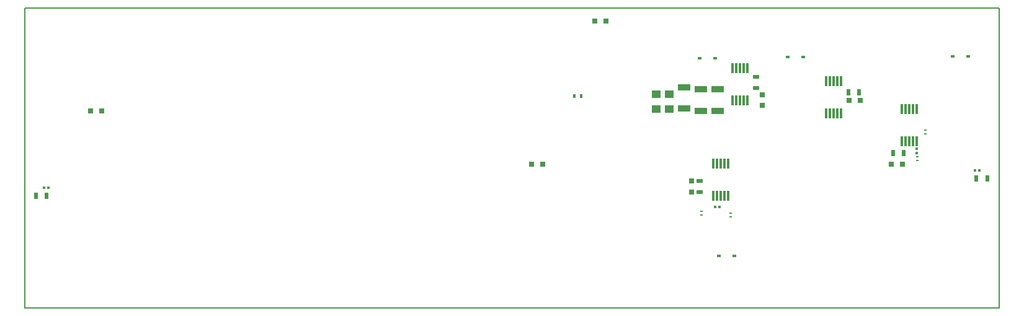
<source format=gbr>
G04 #@! TF.FileFunction,Paste,Bot*
%FSLAX46Y46*%
G04 Gerber Fmt 4.6, Leading zero omitted, Abs format (unit mm)*
G04 Created by KiCad (PCBNEW 4.0.7) date 06/15/18 18:23:30*
%MOMM*%
%LPD*%
G01*
G04 APERTURE LIST*
%ADD10C,0.100000*%
%ADD11C,0.150000*%
%ADD12R,0.800000X0.750000*%
%ADD13R,0.300000X0.350000*%
%ADD14R,1.250000X1.000000*%
%ADD15R,0.350000X0.300000*%
%ADD16R,0.300000X1.450000*%
%ADD17R,0.430000X0.280000*%
%ADD18R,0.500000X0.900000*%
%ADD19R,1.700000X0.900000*%
%ADD20R,0.400000X0.600000*%
%ADD21R,0.600000X0.450000*%
%ADD22R,0.750000X0.800000*%
%ADD23R,0.900000X0.500000*%
G04 APERTURE END LIST*
D10*
D11*
X25000000Y-164000000D02*
X25000000Y-123000000D01*
X158000000Y-164000000D02*
X25000000Y-164000000D01*
X158000000Y-123000000D02*
X158000000Y-164000000D01*
X25000000Y-123000000D02*
X158000000Y-123000000D01*
D12*
X35460000Y-137060000D03*
X33960000Y-137060000D03*
D13*
X119220000Y-150210000D03*
X119780000Y-150210000D03*
D14*
X111180000Y-134800000D03*
X111180000Y-136800000D03*
X112980000Y-134800000D03*
X112980000Y-136800000D03*
D15*
X146740000Y-142280000D03*
X146740000Y-142840000D03*
D13*
X154690000Y-145190000D03*
X155250000Y-145190000D03*
D12*
X104290000Y-124770000D03*
X102790000Y-124770000D03*
D16*
X118960000Y-144300000D03*
X119460000Y-144300000D03*
X119960000Y-144300000D03*
X120460000Y-144300000D03*
X120960000Y-144300000D03*
X120960000Y-148700000D03*
X120460000Y-148700000D03*
X119960000Y-148700000D03*
X119460000Y-148700000D03*
X118960000Y-148700000D03*
X121580000Y-131200000D03*
X122080000Y-131200000D03*
X122580000Y-131200000D03*
X123080000Y-131200000D03*
X123580000Y-131200000D03*
X123580000Y-135600000D03*
X123080000Y-135600000D03*
X122580000Y-135600000D03*
X122080000Y-135600000D03*
X121580000Y-135600000D03*
X134400000Y-132980000D03*
X134900000Y-132980000D03*
X135400000Y-132980000D03*
X135900000Y-132980000D03*
X136400000Y-132980000D03*
X136400000Y-137380000D03*
X135900000Y-137380000D03*
X135400000Y-137380000D03*
X134900000Y-137380000D03*
X134400000Y-137380000D03*
D17*
X117330000Y-150810000D03*
X117330000Y-151330000D03*
X121330000Y-151030000D03*
X121330000Y-151550000D03*
D18*
X154890000Y-146270000D03*
X156390000Y-146270000D03*
D19*
X119520000Y-137050000D03*
X119520000Y-134150000D03*
X117260000Y-137050000D03*
X117260000Y-134150000D03*
X115010000Y-133880000D03*
X115010000Y-136780000D03*
D17*
X146780000Y-143880000D03*
X146780000Y-143360000D03*
X147910000Y-139720000D03*
X147910000Y-140240000D03*
D20*
X100910000Y-135040000D03*
X100010000Y-135040000D03*
D16*
X146710000Y-141200000D03*
X146210000Y-141200000D03*
X145710000Y-141200000D03*
X145210000Y-141200000D03*
X144710000Y-141200000D03*
X144710000Y-136800000D03*
X145210000Y-136800000D03*
X145710000Y-136800000D03*
X146210000Y-136800000D03*
X146710000Y-136800000D03*
D13*
X27610000Y-147590000D03*
X28170000Y-147590000D03*
D18*
X26470000Y-148670000D03*
X27970000Y-148670000D03*
D21*
X119180000Y-129910000D03*
X117080000Y-129910000D03*
X151620000Y-129600000D03*
X153720000Y-129600000D03*
X129130000Y-129720000D03*
X131230000Y-129720000D03*
X121830000Y-156910000D03*
X119730000Y-156910000D03*
D12*
X95670000Y-144350000D03*
X94170000Y-144350000D03*
D22*
X115990000Y-146650000D03*
X115990000Y-148150000D03*
D12*
X137530000Y-135670000D03*
X139030000Y-135670000D03*
D22*
X125680000Y-136350000D03*
X125680000Y-134850000D03*
D12*
X144790000Y-144350000D03*
X143290000Y-144350000D03*
D23*
X117070000Y-148150000D03*
X117070000Y-146650000D03*
X124790000Y-133930000D03*
X124790000Y-132430000D03*
D18*
X138880000Y-134580000D03*
X137380000Y-134580000D03*
X143480000Y-142870000D03*
X144980000Y-142870000D03*
M02*

</source>
